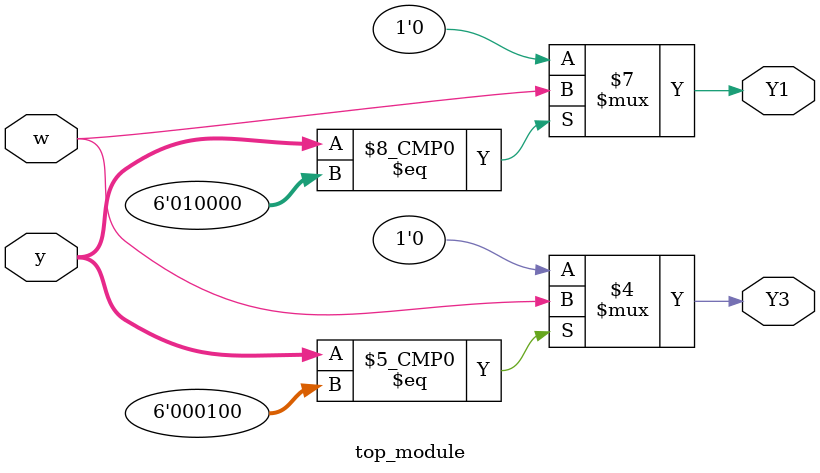
<source format=sv>
module top_module (
  input [5:0] y,
  input w,
  output Y1,
  output Y3
);
  
  reg Y1;
  reg Y3;

  always @(y[1] or w) begin
    case (y)
      6'b010000:
        Y1 <= w;
      default:
        Y1 <= 1'b0;
    endcase
  end

  always @(y[3] or w) begin
    case (y)
      6'b000100:
        Y3 <= w;
      default:
        Y3 <= 1'b0;
    endcase
  end

endmodule

</source>
